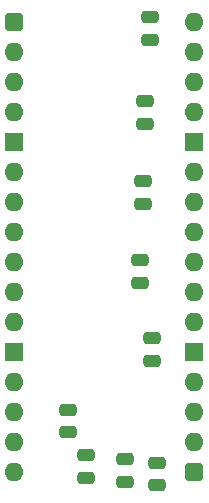
<source format=gbs>
%TF.GenerationSoftware,KiCad,Pcbnew,9.0.2*%
%TF.CreationDate,2025-06-26T09:37:49+02:00*%
%TF.ProjectId,HCP65 MPU Timer,48435036-3520-44d5-9055-2054696d6572,V1*%
%TF.SameCoordinates,Original*%
%TF.FileFunction,Soldermask,Bot*%
%TF.FilePolarity,Negative*%
%FSLAX46Y46*%
G04 Gerber Fmt 4.6, Leading zero omitted, Abs format (unit mm)*
G04 Created by KiCad (PCBNEW 9.0.2) date 2025-06-26 09:37:49*
%MOMM*%
%LPD*%
G01*
G04 APERTURE LIST*
G04 Aperture macros list*
%AMRoundRect*
0 Rectangle with rounded corners*
0 $1 Rounding radius*
0 $2 $3 $4 $5 $6 $7 $8 $9 X,Y pos of 4 corners*
0 Add a 4 corners polygon primitive as box body*
4,1,4,$2,$3,$4,$5,$6,$7,$8,$9,$2,$3,0*
0 Add four circle primitives for the rounded corners*
1,1,$1+$1,$2,$3*
1,1,$1+$1,$4,$5*
1,1,$1+$1,$6,$7*
1,1,$1+$1,$8,$9*
0 Add four rect primitives between the rounded corners*
20,1,$1+$1,$2,$3,$4,$5,0*
20,1,$1+$1,$4,$5,$6,$7,0*
20,1,$1+$1,$6,$7,$8,$9,0*
20,1,$1+$1,$8,$9,$2,$3,0*%
G04 Aperture macros list end*
%ADD10O,1.600000X1.600000*%
%ADD11R,1.600000X1.600000*%
%ADD12RoundRect,0.400000X-0.400000X-0.400000X0.400000X-0.400000X0.400000X0.400000X-0.400000X0.400000X0*%
%ADD13RoundRect,0.250000X-0.475000X0.250000X-0.475000X-0.250000X0.475000X-0.250000X0.475000X0.250000X0*%
%ADD14RoundRect,0.250000X0.475000X-0.250000X0.475000X0.250000X-0.475000X0.250000X-0.475000X-0.250000X0*%
G04 APERTURE END LIST*
D10*
%TO.C,J2*%
X15240000Y0D03*
X15240000Y-2540000D03*
X15240000Y-5080000D03*
X15240000Y-7620000D03*
D11*
X15240000Y-10160000D03*
D10*
X15240000Y-12700000D03*
X15240000Y-15240000D03*
X15240000Y-17780000D03*
X15240000Y-20320000D03*
X15240000Y-22860000D03*
X15240000Y-25400000D03*
D11*
X15240000Y-27940000D03*
D10*
X15240000Y-30480000D03*
X15240000Y-33020000D03*
X15240000Y-35560000D03*
D12*
X15240000Y-38100000D03*
D10*
X0Y-38100000D03*
X0Y-35560000D03*
X0Y-33020000D03*
X0Y-30480000D03*
D11*
X0Y-27940000D03*
D10*
X0Y-25400000D03*
X0Y-22860000D03*
X0Y-20320000D03*
X0Y-17780000D03*
X0Y-15240000D03*
X0Y-12700000D03*
D11*
X0Y-10160000D03*
D10*
X0Y-7620000D03*
X0Y-5080000D03*
X0Y-2540000D03*
D12*
X0Y0D03*
%TD*%
D13*
%TO.C,C15*%
X11465115Y-1481869D03*
X11465115Y418131D03*
%TD*%
%TO.C,C11*%
X10668000Y-22048000D03*
X10668000Y-20148000D03*
%TD*%
%TO.C,C5*%
X6096000Y-38558000D03*
X6096000Y-36658000D03*
%TD*%
%TO.C,C16*%
X10922000Y-15355263D03*
X10922000Y-13455263D03*
%TD*%
%TO.C,C8*%
X12065000Y-39193000D03*
X12065000Y-37293000D03*
%TD*%
%TO.C,C10*%
X11684000Y-28652000D03*
X11684000Y-26752000D03*
%TD*%
D14*
%TO.C,C6*%
X4572000Y-32816000D03*
X4572000Y-34716000D03*
%TD*%
%TO.C,C9*%
X9398000Y-37007000D03*
X9398000Y-38907000D03*
%TD*%
D13*
%TO.C,C7*%
X11049000Y-8586000D03*
X11049000Y-6686000D03*
%TD*%
M02*

</source>
